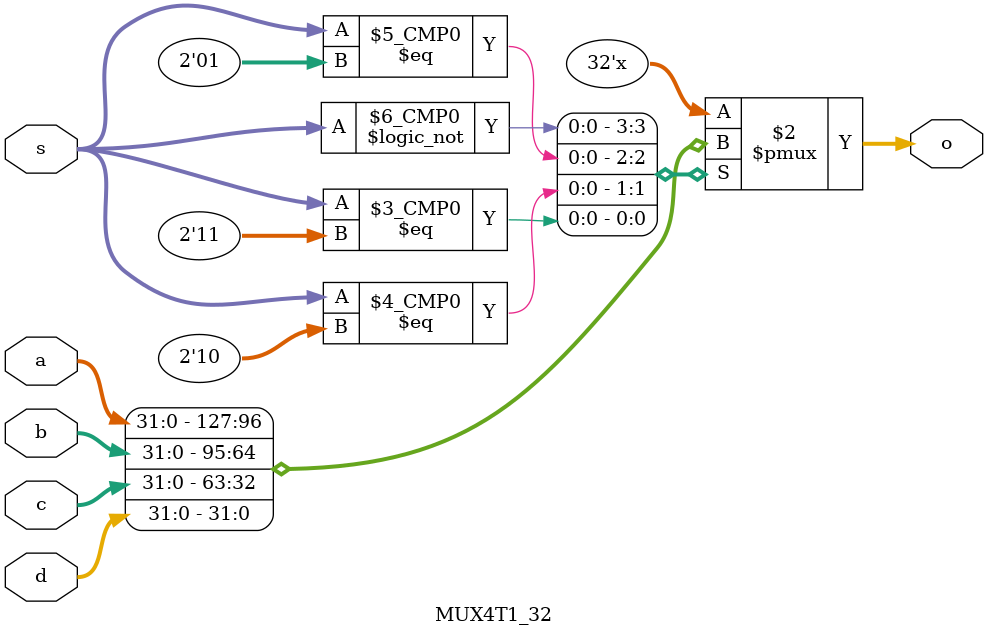
<source format=v>
`timescale 1ns / 1ps
module MUX4T1_32(input [1:0] s,
					  input [31:0] a,
					  input [31:0] b,
					  input [31:0] c,
					  input [31:0] d,
					  output reg [31:0] o
    );
always @ (*)
	case (s)
		0 : o <= a;
		1 : o <= b;
		2 : o <= c;
		3 : o <= d;
	endcase

endmodule

</source>
